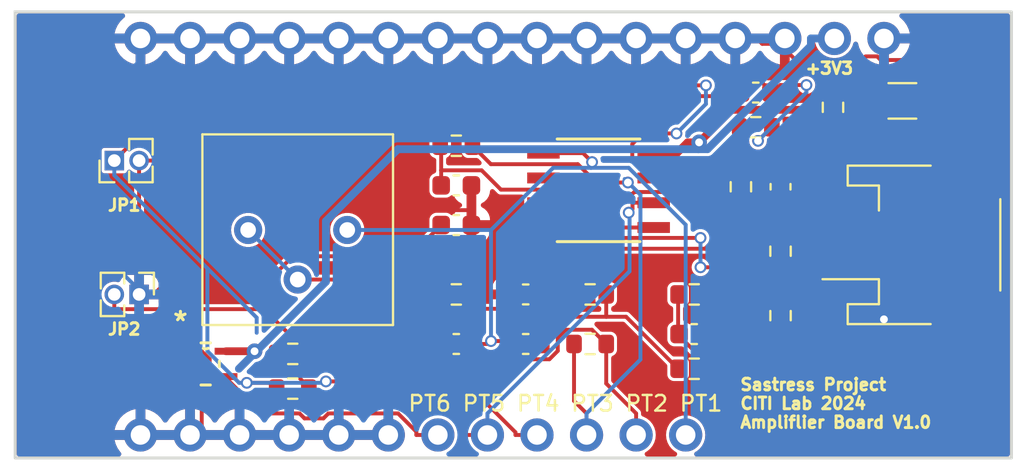
<source format=kicad_pcb>
(kicad_pcb (version 20240108) (generator "pcbnew") (generator_version "8.0")
  (layers (0 "F.Cu" signal) (31 "B.Cu" signal) (34 "B.Paste" user) (35 "F.Paste" user) (36 "B.SilkS" user "B.Silkscreen") (37 "F.SilkS" user "F.Silkscreen") (38 "B.Mask" user) (39 "F.Mask" user) (44 "Edge.Cuts" user))
  (net 0 "")
  (net 1 "Net-(J1-Pin_1)")
  (net 2 "GND")
  (net 3 "Net-(J1-Pin_2)")
  (net 4 "Net-(C2-Pad2)")
  (net 5 "Net-(U1A--)")
  (net 6 "PT1")
  (net 7 "Net-(C4-Pad2)")
  (net 8 "Net-(C5-Pad1)")
  (net 9 "PT2")
  (net 10 "PT3")
  (net 11 "PT4")
  (net 12 "Net-(U1B-+)")
  (net 13 "Net-(JP2-B)")
  (net 14 "Net-(JP1-B)")
  (net 15 "+3V3")
  (net 16 "Net-(R5-Pad2)")
  (net 17 "PT5")
  (net 18 "PT6")
  (footprint "Resistor_SMD:R_0603_1608Metric" (layer "F.Cu") (at 104.5 70.175 -90)
    (property "Reference" "R3" (hide yes))
    (property "Value" "220k" (hide yes))
    (fp_line (start -0.237258 0.5225) (end 0.237258 0.5225) (stroke (width 0.12)) (layer "F.SilkS"))
    (fp_line (start -0.237258 -0.5225) (end 0.237258 -0.5225) (stroke (width 0.12)) (layer "F.SilkS"))
    (pad "1" smd roundrect (at -0.825 0 270) (size 0.8 0.95) (layers "F.Cu" "F.Paste" "F.Mask") (net 1 "Net-(J1-Pin_1)"))
    (pad "2" smd roundrect (at 0.825 0 270) (size 0.8 0.95) (layers "F.Cu" "F.Paste" "F.Mask") (net 2 "GND"))
  )
  (footprint "Capacitor_SMD:C_0603_1608Metric" (layer "F.Cu") (at 91.44 71.628)
    (property "Reference" "C4" (hide yes))
    (property "Value" "47u" (hide yes))
    (fp_line (start -0.14058 -0.51) (end 0.14058 -0.51) (stroke (width 0.12)) (layer "F.SilkS"))
    (fp_line (start -0.14058 0.51) (end 0.14058 0.51) (stroke (width 0.12)) (layer "F.SilkS"))
    (pad "1" smd roundrect (at -0.775 0) (size 0.9 0.95) (layers "F.Cu" "F.Paste" "F.Mask") (net 6 "PT1"))
    (pad "2" smd roundrect (at 0.775 0) (size 0.9 0.95) (layers "F.Cu" "F.Paste" "F.Mask") (net 7 "Net-(C4-Pad2)"))
  )
  (footprint "Capacitor_SMD:C_0603_1608Metric" (layer "F.Cu") (at 87.884 63.5)
    (property "Reference" "C8" (hide yes))
    (property "Value" "10n" (hide yes))
    (fp_line (start -0.14058 -0.51) (end 0.14058 -0.51) (stroke (width 0.12)) (layer "F.SilkS"))
    (fp_line (start -0.14058 0.51) (end 0.14058 0.51) (stroke (width 0.12)) (layer "F.SilkS"))
    (pad "1" smd roundrect (at -0.775 0) (size 0.9 0.95) (layers "F.Cu" "F.Paste" "F.Mask") (net 12 "Net-(U1B-+)"))
    (pad "2" smd roundrect (at 0.775 0) (size 0.9 0.95) (layers "F.Cu" "F.Paste" "F.Mask") (net 2 "GND"))
  )
  (footprint "Resistor_SMD:R_0603_1608Metric" (layer "F.Cu") (at 107.188 59.5 -90)
    (property "Reference" "R1" (hide yes))
    (property "Value" "220k" (hide yes))
    (fp_line (start -0.237258 0.5225) (end 0.237258 0.5225) (stroke (width 0.12)) (layer "F.SilkS"))
    (fp_line (start -0.237258 -0.5225) (end 0.237258 -0.5225) (stroke (width 0.12)) (layer "F.SilkS"))
    (pad "1" smd roundrect (at -0.825 0 270) (size 0.8 0.95) (layers "F.Cu" "F.Paste" "F.Mask") (net 15 "+3V3"))
    (pad "2" smd roundrect (at 0.825 0 270) (size 0.8 0.95) (layers "F.Cu" "F.Paste" "F.Mask") (net 1 "Net-(J1-Pin_1)"))
  )
  (footprint "Resistor_SMD:R_0603_1608Metric" (layer "F.Cu") (at 79.502 72.136)
    (property "Reference" "R13" (hide yes))
    (property "Value" "4.7k" (hide yes))
    (fp_line (start -0.237258 -0.5225) (end 0.237258 -0.5225) (stroke (width 0.12)) (layer "F.SilkS"))
    (fp_line (start -0.237258 0.5225) (end 0.237258 0.5225) (stroke (width 0.12)) (layer "F.SilkS"))
    (pad "1" smd roundrect (at -0.825 0) (size 0.8 0.95) (layers "F.Cu" "F.Paste" "F.Mask") (net 17 "PT5"))
    (pad "2" smd roundrect (at 0.825 0) (size 0.8 0.95) (layers "F.Cu" "F.Paste" "F.Mask") (net 13 "Net-(JP2-B)"))
  )
  (footprint "Resistor_SMD:R_0603_1608Metric" (layer "F.Cu") (at 79.502 73.914)
    (property "Reference" "R12" (hide yes))
    (property "Value" "4.7k" (hide yes))
    (fp_line (start -0.237258 -0.5225) (end 0.237258 -0.5225) (stroke (width 0.12)) (layer "F.SilkS"))
    (fp_line (start -0.237258 0.5225) (end 0.237258 0.5225) (stroke (width 0.12)) (layer "F.SilkS"))
    (pad "1" smd roundrect (at -0.825 0) (size 0.8 0.95) (layers "F.Cu" "F.Paste" "F.Mask") (net 11 "PT4"))
    (pad "2" smd roundrect (at 0.825 0) (size 0.8 0.95) (layers "F.Cu" "F.Paste" "F.Mask") (net 17 "PT5"))
  )
  (footprint "Resistor_SMD:R_0603_1608Metric" (layer "F.Cu") (at 104.5 66.873 -90)
    (property "Reference" "R2" (hide yes))
    (property "Value" "7.5k" (hide yes))
    (fp_line (start -0.237258 0.5225) (end 0.237258 0.5225) (stroke (width 0.12)) (layer "F.SilkS"))
    (fp_line (start -0.237258 -0.5225) (end 0.237258 -0.5225) (stroke (width 0.12)) (layer "F.SilkS"))
    (pad "1" smd roundrect (at -0.825 0 270) (size 0.8 0.95) (layers "F.Cu" "F.Paste" "F.Mask") (net 3 "Net-(J1-Pin_2)"))
    (pad "2" smd roundrect (at 0.825 0 270) (size 0.8 0.95) (layers "F.Cu" "F.Paste" "F.Mask") (net 1 "Net-(J1-Pin_1)"))
  )
  (footprint "Connector_JST:JST_PH_S2B-PH-SM4-TB_1x02-1MP_P2.00mm_Horizontal" (layer "F.Cu") (at 111.252 66.548 90)
    (property "Reference" "J1" (hide yes))
    (property "Value" "Conn_01x02" (hide yes))
    (fp_line (start 4.06 -3.31) (end 3.04 -3.31) (stroke (width 0.12)) (layer "F.SilkS"))
    (fp_line (start 3.04 -3.31) (end 3.04 -1.71) (stroke (width 0.12)) (layer "F.SilkS"))
    (fp_line (start -3.04 -3.31) (end -3.04 -1.71) (stroke (width 0.12)) (layer "F.SilkS"))
    (fp_line (start -4.06 -3.31) (end -3.04 -3.31) (stroke (width 0.12)) (layer "F.SilkS"))
    (fp_line (start 3.04 -1.71) (end 1.76 -1.71) (stroke (width 0.12)) (layer "F.SilkS"))
    (fp_line (start -1.76 -1.71) (end -1.76 -4.6) (stroke (width 0.12)) (layer "F.SilkS"))
    (fp_line (start -3.04 -1.71) (end -1.76 -1.71) (stroke (width 0.12)) (layer "F.SilkS"))
    (fp_line (start 4.06 0.94) (end 4.06 -3.31) (stroke (width 0.12)) (layer "F.SilkS"))
    (fp_line (start -4.06 0.94) (end -4.06 -3.31) (stroke (width 0.12)) (layer "F.SilkS"))
    (fp_line (start -2.34 4.51) (end 2.34 4.51) (stroke (width 0.12)) (layer "F.SilkS"))
    (pad "1" smd roundrect (at -1 -2.85 90) (size 1 3.5) (layers "F.Cu" "F.Paste" "F.Mask") (net 1 "Net-(J1-Pin_1)"))
    (pad "2" smd roundrect (at 1 -2.85 90) (size 1 3.5) (layers "F.Cu" "F.Paste" "F.Mask") (net 3 "Net-(J1-Pin_2)"))
    (pad "MP" smd roundrect (at -3.35 2.9 90) (size 1.5 3.4) (layers "F.Cu" "F.Paste" "F.Mask") (roundrect_rratio 0.166667))
    (pad "MP" smd roundrect (at 3.35 2.9 90) (size 1.5 3.4) (layers "F.Cu" "F.Paste" "F.Mask") (roundrect_rratio 0.166667))
  )
  (footprint "Capacitor_SMD:C_0603_1608Metric" (layer "F.Cu") (at 103.23 58.745)
    (property "Reference" "C7" (hide yes))
    (property "Value" "10n" (hide yes))
    (fp_line (start -0.14058 -0.51) (end 0.14058 -0.51) (stroke (width 0.12)) (layer "F.SilkS"))
    (fp_line (start -0.14058 0.51) (end 0.14058 0.51) (stroke (width 0.12)) (layer "F.SilkS"))
    (pad "1" smd roundrect (at -0.775 0) (size 0.9 0.95) (layers "F.Cu" "F.Paste" "F.Mask") (net 10 "PT3"))
    (pad "2" smd roundrect (at 0.775 0) (size 0.9 0.95) (layers "F.Cu" "F.Paste" "F.Mask") (net 11 "PT4"))
  )
  (footprint "Capacitor_SMD:C_0603_1608Metric" (layer "F.Cu") (at 100.076 71.12)
    (property "Reference" "C5" (hide yes))
    (property "Value" "100n" (hide yes))
    (fp_line (start -0.14058 -0.51) (end 0.14058 -0.51) (stroke (width 0.12)) (layer "F.SilkS"))
    (fp_line (start -0.14058 0.51) (end 0.14058 0.51) (stroke (width 0.12)) (layer "F.SilkS"))
    (pad "1" smd roundrect (at -0.775 0) (size 0.9 0.95) (layers "F.Cu" "F.Paste" "F.Mask") (net 8 "Net-(C5-Pad1)"))
    (pad "2" smd roundrect (at 0.775 0) (size 0.9 0.95) (layers "F.Cu" "F.Paste" "F.Mask") (net 2 "GND"))
  )
  (footprint "Capacitor_SMD:C_0603_1608Metric" (layer "F.Cu") (at 87.884 65.532)
    (property "Reference" "C9" (hide yes))
    (property "Value" "2.2u" (hide yes))
    (fp_line (start -0.14058 -0.51) (end 0.14058 -0.51) (stroke (width 0.12)) (layer "F.SilkS"))
    (fp_line (start -0.14058 0.51) (end 0.14058 0.51) (stroke (width 0.12)) (layer "F.SilkS"))
    (pad "1" smd roundrect (at -0.775 0) (size 0.9 0.95) (layers "F.Cu" "F.Paste" "F.Mask") (net 13 "Net-(JP2-B)"))
    (pad "2" smd roundrect (at 0.775 0) (size 0.9 0.95) (layers "F.Cu" "F.Paste" "F.Mask") (net 2 "GND"))
  )
  (footprint "Capacitor_SMD:C_0603_1608Metric" (layer "F.Cu") (at 91.44 69.088 180)
    (property "Reference" "C6" (hide yes))
    (property "Value" "220n" (hide yes))
    (fp_line (start -0.14058 0.51) (end 0.14058 0.51) (stroke (width 0.12)) (layer "F.SilkS"))
    (fp_line (start -0.14058 -0.51) (end 0.14058 -0.51) (stroke (width 0.12)) (layer "F.SilkS"))
    (pad "1" smd roundrect (at -0.775 0 180) (size 0.9 0.95) (layers "F.Cu" "F.Paste" "F.Mask") (net 9 "PT2"))
    (pad "2" smd roundrect (at 0.775 0 180) (size 0.9 0.95) (layers "F.Cu" "F.Paste" "F.Mask") (net 2 "GND"))
  )
  (footprint "Connector_PinHeader_1.27mm:PinHeader_1x02_P1.27mm_Vertical" (layer "F.Cu") (at 70.358 62.23 90)
    (property "Reference" "JP1" (hide yes))
    (property "Value" "Jumper_2_Open" (hide yes))
    (fp_line (start -1.11 -0.76) (end 0 -0.76) (stroke (width 0.12)) (layer "F.SilkS"))
    (fp_line (start -1.11 0) (end -1.11 -0.76) (stroke (width 0.12)) (layer "F.SilkS"))
    (fp_line (start 1.11 0.76) (end 1.11 1.965) (stroke (width 0.12)) (layer "F.SilkS"))
    (fp_line (start 0.563471 0.76) (end 1.11 0.76) (stroke (width 0.12)) (layer "F.SilkS"))
    (fp_line (start -1.11 0.76) (end -0.563471 0.76) (stroke (width 0.12)) (layer "F.SilkS"))
    (fp_line (start -1.11 0.76) (end -1.11 1.965) (stroke (width 0.12)) (layer "F.SilkS"))
    (fp_line (start 0.30753 1.965) (end 1.11 1.965) (stroke (width 0.12)) (layer "F.SilkS"))
    (fp_line (start -1.11 1.965) (end -0.30753 1.965) (stroke (width 0.12)) (layer "F.SilkS"))
    (pad "1" thru_hole rect (at 0 0 90) (size 1 1) (drill 0.65) (layers "*.Cu" "*.Mask") (net 11 "PT4"))
    (pad "2" thru_hole oval (at 0 1.27 90) (size 1 1) (drill 0.65) (layers "*.Cu" "*.Mask") (net 14 "Net-(JP1-B)"))
  )
  (footprint "Capacitor_SMD:C_0603_1608Metric" (layer "F.Cu") (at 87.884 71.628)
    (property "Reference" "C3" (hide yes))
    (property "Value" "2.2n" (hide yes))
    (fp_line (start -0.14058 -0.51) (end 0.14058 -0.51) (stroke (width 0.12)) (layer "F.SilkS"))
    (fp_line (start -0.14058 0.51) (end 0.14058 0.51) (stroke (width 0.12)) (layer "F.SilkS"))
    (pad "1" smd roundrect (at -0.775 0) (size 0.9 0.95) (layers "F.Cu" "F.Paste" "F.Mask") (net 5 "Net-(U1A--)"))
    (pad "2" smd roundrect (at 0.775 0) (size 0.9 0.95) (layers "F.Cu" "F.Paste" "F.Mask") (net 6 "PT1"))
  )
  (footprint "lmv321:DCK5" (layer "F.Cu") (at 75.0414 72.65)
    (property "Reference" "U4" (hide yes))
    (property "Value" "LMV321" (hide yes))
    (fp_line (start -0.239571 1.0795) (end 0.239571 1.0795) (stroke (width 0.1524)) (layer "F.SilkS"))
    (fp_line (start 0.239571 -1.0795) (end -0.239571 -1.0795) (stroke (width 0.1524)) (layer "F.SilkS"))
    (fp_line (start 0.6985 0.139459) (end 0.6985 -0.139459) (stroke (width 0.1524)) (layer "F.SilkS"))
    (fp_arc (start 0.12446 -0.801269) (mid 0 -0.7747) (end -0.12446 -0.801269) (stroke (width 0.1524)) (layer "F.SilkS"))
    (fp_text user "*" (at -1.2954 -2.1486 0) (layer "F.SilkS"))
    (fp_text user "*" (at -1.2954 -2.1486 0) (layer "F.SilkS"))
    (pad "1" smd rect (at -1.0414 -0.649999) (size 1.1684 0.3556) (layers "F.Cu" "F.Paste" "F.Mask") (net 18 "PT6"))
    (pad "2" smd rect (at -1.0414 0) (size 1.1684 0.3556) (layers "F.Cu" "F.Paste" "F.Mask") (net 2 "GND"))
    (pad "3" smd rect (at -1.0414 0.649999) (size 1.1684 0.3556) (layers "F.Cu" "F.Paste" "F.Mask") (net 14 "Net-(JP1-B)"))
    (pad "4" smd rect (at 1.0414 0.649999) (size 1.1684 0.3556) (layers "F.Cu" "F.Paste" "F.Mask") (net 18 "PT6"))
    (pad "5" smd rect (at 1.0414 -0.649999) (size 1.1684 0.3556) (layers "F.Cu" "F.Paste" "F.Mask") (net 15 "+3V3"))
  )
  (footprint "Resistor_SMD:R_0603_1608Metric" (layer "F.Cu") (at 94.742 69.088)
    (property "Reference" "R8" (hide yes))
    (property "Value" "6.8k" (hide yes))
    (fp_line (start -0.237258 -0.5225) (end 0.237258 -0.5225) (stroke (width 0.12)) (layer "F.SilkS"))
    (fp_line (start -0.237258 0.5225) (end 0.237258 0.5225) (stroke (width 0.12)) (layer "F.SilkS"))
    (pad "1" smd roundrect (at -0.825 0) (size 0.8 0.95) (layers "F.Cu" "F.Paste" "F.Mask") (net 9 "PT2"))
    (pad "2" smd roundrect (at 0.825 0) (size 0.8 0.95) (layers "F.Cu" "F.Paste" "F.Mask") (net 7 "Net-(C4-Pad2)"))
  )
  (footprint "Resistor_SMD:R_0603_1608Metric" (layer "F.Cu") (at 100.076 72.898)
    (property "Reference" "R7" (hide yes))
    (property "Value" "2.2M" (hide yes))
    (fp_line (start -0.237258 -0.5225) (end 0.237258 -0.5225) (stroke (width 0.12)) (layer "F.SilkS"))
    (fp_line (start -0.237258 0.5225) (end 0.237258 0.5225) (stroke (width 0.12)) (layer "F.SilkS"))
    (pad "1" smd roundrect (at -0.825 0) (size 0.8 0.95) (layers "F.Cu" "F.Paste" "F.Mask") (net 7 "Net-(C4-Pad2)"))
    (pad "2" smd roundrect (at 0.825 0) (size 0.8 0.95) (layers "F.Cu" "F.Paste" "F.Mask") (net 8 "Net-(C5-Pad1)"))
  )
  (footprint "Resistor_SMD:R_0603_1608Metric" (layer "F.Cu") (at 102.468 63.571 -90)
    (property "Reference" "R4" (hide yes))
    (property "Value" "10k" (hide yes))
    (fp_line (start -0.237258 0.5225) (end 0.237258 0.5225) (stroke (width 0.12)) (layer "F.SilkS"))
    (fp_line (start -0.237258 -0.5225) (end 0.237258 -0.5225) (stroke (width 0.12)) (layer "F.SilkS"))
    (pad "1" smd roundrect (at -0.825 0 270) (size 0.8 0.95) (layers "F.Cu" "F.Paste" "F.Mask") (net 4 "Net-(C2-Pad2)"))
    (pad "2" smd roundrect (at 0.825 0 270) (size 0.8 0.95) (layers "F.Cu" "F.Paste" "F.Mask") (net 5 "Net-(U1A--)"))
  )
  (footprint "Resistor_SMD:R_0603_1608Metric" (layer "F.Cu") (at 87.884 69.088)
    (property "Reference" "R5" (hide yes))
    (property "Value" "10k" (hide yes))
    (fp_line (start -0.237258 -0.5225) (end 0.237258 -0.5225) (stroke (width 0.12)) (layer "F.SilkS"))
    (fp_line (start -0.237258 0.5225) (end 0.237258 0.5225) (stroke (width 0.12)) (layer "F.SilkS"))
    (pad "1" smd roundrect (at -0.825 0) (size 0.8 0.95) (layers "F.Cu" "F.Paste" "F.Mask") (net 5 "Net-(U1A--)"))
    (pad "2" smd roundrect (at 0.825 0) (size 0.8 0.95) (layers "F.Cu" "F.Paste" "F.Mask") (net 16 "Net-(R5-Pad2)"))
  )
  (footprint "Resistor_SMD:R_0603_1608Metric" (layer "F.Cu") (at 94.742 71.628)
    (property "Reference" "R9" (hide yes))
    (property "Value" "68k" (hide yes))
    (fp_line (start -0.237258 -0.5225) (end 0.237258 -0.5225) (stroke (width 0.12)) (layer "F.SilkS"))
    (fp_line (start -0.237258 0.5225) (end 0.237258 0.5225) (stroke (width 0.12)) (layer "F.SilkS"))
    (pad "1" smd roundrect (at -0.825 0) (size 0.8 0.95) (layers "F.Cu" "F.Paste" "F.Mask") (net 10 "PT3"))
    (pad "2" smd roundrect (at 0.825 0) (size 0.8 0.95) (layers "F.Cu" "F.Paste" "F.Mask") (net 9 "PT2"))
  )
  (footprint "Capacitor_SMD:C_0603_1608Metric" (layer "F.Cu") (at 104.5 63.571 90)
    (property "Reference" "C2" (hide yes))
    (property "Value" "2.2u" (hide yes))
    (fp_line (start -0.14058 -0.51) (end 0.14058 -0.51) (stroke (width 0.12)) (layer "F.SilkS"))
    (fp_line (start -0.14058 0.51) (end 0.14058 0.51) (stroke (width 0.12)) (layer "F.SilkS"))
    (pad "1" smd roundrect (at -0.775 0 90) (size 0.9 0.95) (layers "F.Cu" "F.Paste" "F.Mask") (net 3 "Net-(J1-Pin_2)"))
    (pad "2" smd roundrect (at 0.775 0 90) (size 0.9 0.95) (layers "F.Cu" "F.Paste" "F.Mask") (net 4 "Net-(C2-Pad2)"))
  )
  (footprint "Resistor_SMD:R_0603_1608Metric" (layer "F.Cu") (at 87.884 61.468)
    (property "Reference" "R10" (hide yes))
    (property "Value" "68k" (hide yes))
    (fp_line (start -0.237258 -0.5225) (end 0.237258 -0.5225) (stroke (width 0.12)) (layer "F.SilkS"))
    (fp_line (start -0.237258 0.5225) (end 0.237258 0.5225) (stroke (width 0.12)) (layer "F.SilkS"))
    (pad "1" smd roundrect (at -0.825 0) (size 0.8 0.95) (layers "F.Cu" "F.Paste" "F.Mask") (net 12 "Net-(U1B-+)"))
    (pad "2" smd roundrect (at 0.825 0) (size 0.8 0.95) (layers "F.Cu" "F.Paste" "F.Mask") (net 10 "PT3"))
  )
  (footprint "Potentiometer_THT:Potentiometer_Bourns_3386P_Vertical" (layer "F.Cu") (at 77.216 65.786 -90)
    (property "Reference" "RV1" (hide yes))
    (property "Value" "470k" (hide yes))
    (fp_line (start -4.9 2.345) (end 4.87 2.345) (stroke (width 0.12)) (layer "F.SilkS"))
    (fp_line (start -4.9 -7.425) (end -4.9 2.345) (stroke (width 0.12)) (layer "F.SilkS"))
    (fp_line (start -4.9 -7.425) (end 4.87 -7.425) (stroke (width 0.12)) (layer "F.SilkS"))
    (fp_line (start 4.87 -7.425) (end 4.87 2.345) (stroke (width 0.12)) (layer "F.SilkS"))
    (pad "1" thru_hole circle (at 0 0 270) (size 1.44 1.44) (drill 0.8) (layers "*.Cu" "*.Mask") (net 16 "Net-(R5-Pad2)"))
    (pad "2" thru_hole circle (at 2.54 -2.54 270) (size 1.44 1.44) (drill 0.8) (layers "*.Cu" "*.Mask") (net 16 "Net-(R5-Pad2)"))
    (pad "3" thru_hole circle (at 0 -5.08 270) (size 1.44 1.44) (drill 0.8) (layers "*.Cu" "*.Mask") (net 6 "PT1"))
  )
  (footprint "lmv358:M08A-M" (layer "F.Cu") (at 95.1743 63.754)
    (property "Reference" "U1" (hide yes))
    (property "Value" "LMV358" (hide yes))
    (fp_line (start -2.1209 2.6289) (end 2.1209 2.6289) (stroke (width 0.1524)) (layer "F.SilkS"))
    (fp_line (start 2.1209 -2.6289) (end -2.1209 -2.6289) (stroke (width 0.1524)) (layer "F.SilkS"))
    (pad "1" smd rect (at -2.82575 -1.905) (size 1.6637 0.5588) (layers "F.Cu" "F.Paste" "F.Mask") (net 6 "PT1"))
    (pad "2" smd rect (at -2.82575 -0.635) (size 1.6637 0.5588) (layers "F.Cu" "F.Paste" "F.Mask") (net 5 "Net-(U1A--)"))
    (pad "3" smd rect (at -2.82575 0.635) (size 1.6637 0.5588) (layers "F.Cu" "F.Paste" "F.Mask") (net 1 "Net-(J1-Pin_1)"))
    (pad "4" smd rect (at -2.82575 1.905) (size 1.6637 0.5588) (layers "F.Cu" "F.Paste" "F.Mask") (net 2 "GND"))
    (pad "5" smd rect (at 2.82575 1.905) (size 1.6637 0.5588) (layers "F.Cu" "F.Paste" "F.Mask") (net 12 "Net-(U1B-+)"))
    (pad "6" smd rect (at 2.82575 0.635) (size 1.6637 0.5588) (layers "F.Cu" "F.Paste" "F.Mask") (net 17 "PT5"))
    (pad "7" smd rect (at 2.82575 -0.635) (size 1.6637 0.5588) (layers "F.Cu" "F.Paste" "F.Mask") (net 14 "Net-(JP1-B)"))
    (pad "8" smd rect (at 2.82575 -1.905) (size 1.6637 0.5588) (layers "F.Cu" "F.Paste" "F.Mask") (net 15 "+3V3"))
  )
  (footprint "Connector_PinHeader_1.27mm:PinHeader_1x02_P1.27mm_Vertical" (layer "F.Cu") (at 71.628 69.088 -90)
    (property "Reference" "JP2" (hide yes))
    (property "Value" "Jumper_2_Open" (hide yes))
    (fp_line (start -1.11 1.965) (end -0.30753 1.965) (stroke (width 0.12)) (layer "F.SilkS"))
    (fp_line (start 0.30753 1.965) (end 1.11 1.965) (stroke (width 0.12)) (layer "F.SilkS"))
    (fp_line (start -1.11 0.76) (end -1.11 1.965) (stroke (width 0.12)) (layer "F.SilkS"))
    (fp_line (start -1.11 0.76) (end -0.563471 0.76) (stroke (width 0.12)) (layer "F.SilkS"))
    (fp_line (start 0.563471 0.76) (end 1.11 0.76) (stroke (width 0.12)) (layer "F.SilkS"))
    (fp_line (start 1.11 0.76) (end 1.11 1.965) (stroke (width 0.12)) (layer "F.SilkS"))
    (fp_line (start -1.11 0) (end -1.11 -0.76) (stroke (width 0.12)) (layer "F.SilkS"))
    (fp_line (start -1.11 -0.76) (end 0 -0.76) (stroke (width 0.12)) (layer "F.SilkS"))
    (pad "1" thru_hole rect (at 0 0 270) (size 1 1) (drill 0.65) (layers "*.Cu" "*.Mask") (net 2 "GND"))
    (pad "2" thru_hole oval (at 0 1.27 270) (size 1 1) (drill 0.65) (layers "*.Cu" "*.Mask") (net 13 "Net-(JP2-B)"))
  )
  (footprint "Resistor_SMD:R_0603_1608Metric" (layer "F.Cu") (at 103.23 60.523)
    (property "Reference" "R11" (hide yes))
    (property "Value" "100k" (hide yes))
    (fp_line (start -0.237258 -0.5225) (end 0.237258 -0.5225) (stroke (width 0.12)) (layer "F.SilkS"))
    (fp_line (start -0.237258 0.5225) (end 0.237258 0.5225) (stroke (width 0.12)) (layer "F.SilkS"))
    (pad "1" smd roundrect (at -0.825 0) (size 0.8 0.95) (layers "F.Cu" "F.Paste" "F.Mask") (net 14 "Net-(JP1-B)"))
    (pad "2" smd roundrect (at 0.825 0) (size 0.8 0.95) (layers "F.Cu" "F.Paste" "F.Mask") (net 11 "PT4"))
  )
  (footprint "Resistor_SMD:R_0603_1608Metric" (layer "F.Cu") (at 100.076 69.088)
    (property "Reference" "R6" (hide yes))
    (property "Value" "220k" (hide yes))
    (fp_line (start -0.237258 -0.5225) (end 0.237258 -0.5225) (stroke (width 0.12)) (layer "F.SilkS"))
    (fp_line (start -0.237258 0.5225) (end 0.237258 0.5225) (stroke (width 0.12)) (layer "F.SilkS"))
    (pad "1" smd roundrect (at -0.825 0) (size 0.8 0.95) (layers "F.Cu" "F.Paste" "F.Mask") (net 8 "Net-(C5-Pad1)"))
    (pad "2" smd roundrect (at 0.825 0) (size 0.8 0.95) (layers "F.Cu" "F.Paste" "F.Mask") (net 1 "Net-(J1-Pin_1)"))
  )
  (footprint "Capacitor_SMD:C_1206_3216Metric" (layer "F.Cu") (at 110.744 59.17)
    (property "Reference" "C1" (hide yes))
    (property "Value" "100u" (hide yes))
    (fp_line (start -0.711252 -0.91) (end 0.711252 -0.91) (stroke (width 0.12)) (layer "F.SilkS"))
    (fp_line (start -0.711252 0.91) (end 0.711252 0.91) (stroke (width 0.12)) (layer "F.SilkS"))
    (pad "1" smd roundrect (at -1.475 0) (size 1.15 1.8) (layers "F.Cu" "F.Paste" "F.Mask") (roundrect_rratio 0.217391) (net 1 "Net-(J1-Pin_1)"))
    (pad "2" smd roundrect (at 1.475 0) (size 1.15 1.8) (layers "F.Cu" "F.Paste" "F.Mask") (roundrect_rratio 0.217391) (net 2 "GND"))
  )
  (footprint "penguino:Feather-Generic-no-holes" (layer "F.Cu") (at 116.149 54.701 -90)
    (property "Reference" "U3" (hide yes))
    (property "Value" "Feather-Generic")
    (pad "1" thru_hole oval (at 1.27 6.35 270) (size 1.7 1.7) (drill 1) (layers "*.Cu" "*.Mask") (net 2 "GND"))
    (pad "2" thru_hole oval (at 1.27 8.89 270) (size 1.7 1.7) (drill 1) (layers "*.Cu" "*.Mask") (net 15 "+3V3"))
    (pad "3" thru_hole oval (at 1.27 11.43 270) (size 1.7 1.7) (drill 1) (layers "*.Cu" "*.Mask") (net 2 "GND"))
    (pad "4" thru_hole oval (at 1.27 13.97 270) (size 1.7 1.7) (drill 1) (layers "*.Cu" "*.Mask") (net 2 "GND"))
    (pad "5" thru_hole oval (at 1.27 16.51 270) (size 1.7 1.7) (drill 1) (layers "*.Cu" "*.Mask") (net 2 "GND"))
    (pad "6" thru_hole oval (at 1.27 19.05 270) (size 1.7 1.7) (drill 1) (layers "*.Cu" "*.Mask") (net 2 "GND"))
    (pad "7" thru_hole oval (at 1.27 21.59 270) (size 1.7 1.7) (drill 1) (layers "*.Cu" "*.Mask") (net 2 "GND"))
    (pad "8" thru_hole oval (at 1.27 24.13 270) (size 1.7 1.7) (drill 1) (layers "*.Cu" "*.Mask") (net 2 "GND"))
    (pad "9" thru_hole oval (at 1.27 26.67 270) (size 1.7 1.7) (drill 1) (layers "*.Cu" "*.Mask") (net 2 "GND"))
    (pad "10" thru_hole oval (at 1.27 29.21 270) (size 1.7 1.7) (drill 1) (layers "*.Cu" "*.Mask") (net 2 "GND"))
    (pad "11" thru_hole oval (at 1.27 31.75 270) (size 1.7 1.7) (drill 1) (layers "*.Cu" "*.Mask") (net 2 "GND"))
    (pad "12" thru_hole oval (at 1.27 34.29 270) (size 1.7 1.7) (drill 1) (layers "*.Cu" "*.Mask") (net 2 "GND"))
    (pad "13" thru_hole oval (at 1.27 36.83 270) (size 1.7 1.7) (drill 1) (layers "*.Cu" "*.Mask") (net 2 "GND"))
    (pad "14" thru_hole oval (at 1.27 39.37 270) (size 1.7 1.7) (drill 1) (layers "*.Cu" "*.Mask") (net 2 "GND"))
    (pad "15" thru_hole oval (at 1.27 41.91 270) (size 1.7 1.7) (drill 1) (layers "*.Cu" "*.Mask") (net 2 "GND"))
    (pad "16" thru_hole oval (at 1.27 44.45 270) (size 1.7 1.7) (drill 1) (layers "*.Cu" "*.Mask") (net 2 "GND"))
    (pad "17" thru_hole oval (at 21.59 44.45 270) (size 1.7 1.7) (drill 1) (layers "*.Cu" "*.Mask") (net 2 "GND"))
    (pad "18" thru_hole oval (at 21.59 41.91 270) (size 1.7 1.7) (drill 1) (layers "*.Cu" "*.Mask") (net 2 "GND"))
    (pad "19" thru_hole oval (at 21.59 39.37 270) (size 1.7 1.7) (drill 1) (layers "*.Cu" "*.Mask") (net 2 "GND"))
    (pad "20" thru_hole oval (at 21.59 36.83 270) (size 1.7 1.7) (drill 1) (layers "*.Cu" "*.Mask") (net 2 "GND"))
    (pad "21" thru_hole oval (at 21.59 34.29 270) (size 1.7 1.7) (drill 1) (layers "*.Cu" "*.Mask") (net 2 "GND"))
    (pad "22" thru_hole oval (at 21.59 31.75 270) (size 1.7 1.7) (drill 1) (layers "*.Cu" "*.Mask") (net 2 "GND"))
    (pad "23" thru_hole oval (at 21.59 29.21 270) (size 1.7 1.7) (drill 1) (layers "*.Cu" "*.Mask") (net 18 "PT6"))
    (pad "24" thru_hole oval (at 21.59 26.67 270) (size 1.7 1.7) (drill 1) (layers "*.Cu" "*.Mask") (net 17 "PT5"))
    (pad "25" thru_hole oval (at 21.59 24.13 270) (size 1.7 1.7) (drill 1) (layers "*.Cu" "*.Mask") (net 11 "PT4"))
    (pad "26" thru_hole oval (at 21.59 21.59 270) (size 1.7 1.7) (drill 1) (layers "*.Cu" "*.Mask") (net 10 "PT3"))
    (pad "27" thru_hole oval (at 21.59 19.05 270) (size 1.7 1.7) (drill 1) (layers "*.Cu" "*.Mask") (net 9 "PT2"))
    (pad "28" thru_hole oval (at 21.59 16.51 270) (size 1.7 1.7) (drill 1) (layers "*.Cu" "*.Mask") (net 6 "PT1"))
  )
  (gr_rect (start 65.278 54.61) (end 116.332 77.47) (stroke (width 0.15)) (fill none) (layer "Edge.Cuts"))
  (gr_text "JP1" (at 70.866 64.516 0) (layer "F.SilkS") (effects (font (size 0.6 0.6))))
  (gr_text "JP2" (at 70.866 70.866 0) (layer "F.SilkS") (effects (font (size 0.6 0.6))))
  (gr_text "+3V3" (at 107 57.5 0) (layer "F.SilkS") (effects (font (size 0.6 0.6))))
  (gr_text "Sastress Project\nCITI Lab 2024\nAmpliflier Board V1.0" (at 102.362 74.676 0) (layer "F.SilkS") (effects (font (size 0.6 0.6)) (justify left)))
  (gr_text "PT6 PT5 PT4 PT3 PT2 PT1" (at 93.472 74.676 0) (layer "F.SilkS") (effects (font (size 0.8 0.8) (thickness 0.125))))
  (segment (start 110.4415 62.6525) (end 108.114 60.325) (width 0.2) (layer "F.Cu") (net 1))
  (segment (start 104.238 69.088) (end 104.5 69.35) (width 0.2) (layer "F.Cu") (net 1))
  (segment (start 104.238 69.088) (end 104.238 67.96) (width 0.2) (layer "F.Cu") (net 1))
  (segment (start 108.252 67.698) (end 104.5 67.698) (width 0.2) (layer "F.Cu") (net 1))
  (segment (start 108.402 67.548) (end 108.252 67.698) (width 0.2) (layer "F.Cu") (net 1))
  (segment (start 109.269 59.17) (end 108.114 60.325) (width 0.2) (layer "F.Cu") (net 1))
  (segment (start 95.8519 66.193) (end 94.0479 64.389) (width 0.2) (layer "F.Cu") (net 1))
  (segment (start 100.3983 66.193) (end 95.8519 66.193) (width 0.2) (layer "F.Cu") (net 1))
  (segment (start 104.5 67.698) (end 100.3983 67.698) (width 0.2) (layer "F.Cu") (net 1))
  (segment (start 104.675 67.873) (end 104.5 67.698) (width 0.2) (layer "F.Cu") (net 1))
  (segment (start 94.0479 64.389) (end 92.3486 64.389) (width 0.2) (layer "F.Cu") (net 1))
  (segment (start 100.901 69.088) (end 104.238 69.088) (width 0.2) (layer "F.Cu") (net 1))
  (segment (start 104.238 67.96) (end 104.5 67.698) (width 0.2) (layer "F.Cu") (net 1))
  (segment (start 110.4415 66.0415) (end 110.4415 62.6525) (width 0.2) (layer "F.Cu") (net 1))
  (segment (start 100.964 69.025) (end 100.901 69.088) (width 0.2) (layer "F.Cu") (net 1))
  (segment (start 108.114 60.325) (end 107.188 60.325) (width 0.2) (layer "F.Cu") (net 1))
  (segment (start 104.675 69.175) (end 104.5 69.35) (width 0.2) (layer "F.Cu") (net 1))
  (segment (start 108.935 67.548) (end 110.4415 66.0415) (width 0.2) (layer "F.Cu") (net 1))
  (segment (start 108.402 67.548) (end 108.935 67.548) (width 0.2) (layer "F.Cu") (net 1))
  (via (at 100.3983 66.193) (size 0.6) (drill 0.4) (layers "F.Cu" "B.Cu") (net 1))
  (via (at 100.3983 67.698) (size 0.6) (drill 0.4) (layers "F.Cu" "B.Cu") (net 1))
  (segment (start 100.3983 66.193) (end 100.3983 67.698) (width 0.2) (layer "B.Cu") (net 1))
  (segment (start 89.479 55.971) (end 92.019 55.971) (width 0.2) (layer "F.Cu") (net 2))
  (segment (start 88.786 65.659) (end 88.659 65.532) (width 0.2) (layer "F.Cu") (net 2))
  (segment (start 88.659 64.77) (end 76.7001 64.77) (width 0.2) (layer "F.Cu") (net 2))
  (segment (start 105.1363 70.3637) (end 109.799 70.3637) (width 0.2) (layer "F.Cu") (net 2))
  (segment (start 100.851 71.12) (end 104.38 71.12) (width 0.2) (layer "F.Cu") (net 2))
  (segment (start 109.799 55.971) (end 109.799 57.0751) (width 0.2) (layer "F.Cu") (net 2))
  (segment (start 102.179 55.971) (end 103.2831 55.971) (width 0.2) (layer "F.Cu") (net 2))
  (segment (start 108.4754 57.0751) (end 105.2718 57.0751) (width 0.2) (layer "F.Cu") (net 2))
  (segment (start 110.828 57.0751) (end 112.571 58.8181) (width 0.2) (layer "F.Cu") (net 2))
  (segment (start 74.8383 76.291) (end 74.239 76.291) (width 0.2) (layer "F.Cu") (net 2))
  (segment (start 76.7001 64.77) (end 72.3821 69.088) (width 0.2) (layer "F.Cu") (net 2))
  (segment (start 104.719 55.971) (end 104.719 56.2466) (width 0.2) (layer "F.Cu") (net 2))
  (segment (start 74 72.65) (end 74.8383 72.65) (width 0.2) (layer "F.Cu") (net 2))
  (segment (start 92.019 55.971) (end 94.559 55.971) (width 0.2) (layer "F.Cu") (net 2))
  (segment (start 79.319 55.971) (end 81.859 55.971) (width 0.2) (layer "F.Cu") (net 2))
  (segment (start 105.2718 57.0751) (end 104.719 56.5223) (width 0.2) (layer "F.Cu") (net 2))
  (segment (start 109.799 57.0751) (end 109.634 57.0751) (width 0.2) (layer "F.Cu") (net 2))
  (segment (start 76.779 76.291) (end 74.8383 76.291) (width 0.2) (layer "F.Cu") (net 2))
  (segment (start 81.859 76.291) (end 79.319 76.291) (width 0.2) (layer "F.Cu") (net 2))
  (segment (start 99.639 55.971) (end 102.179 55.971) (width 0.2) (layer "F.Cu") (net 2))
  (segment (start 103.5587 56.2466) (end 103.2831 55.971) (width 0.2) (layer "F.Cu") (net 2))
  (segment (start 104.5 71) (end 105.1363 70.3637) (width 0.2) (layer "F.Cu") (net 2))
  (segment (start 74.239 55.971) (end 76.779 55.971) (width 0.2) (layer "F.Cu") (net 2))
  (segment (start 76.779 55.971) (end 79.319 55.971) (width 0.2) (layer "F.Cu") (net 2))
  (segment (start 88.659 64.77) (end 88.659 63.5) (width 0.2) (layer "F.Cu") (net 2))
  (segment (start 90.665 69.088) (end 90.665 65.659) (width 0.2) (layer "F.Cu") (net 2))
  (segment (start 104.719 56.2466) (end 104.719 56.5223) (width 0.2) (layer "F.Cu") (net 2))
  (segment (start 79.319 76.291) (end 76.779 76.291) (width 0.2) (layer "F.Cu") (net 2))
  (segment (start 104.38 71.12) (end 104.5 71) (width 0.2) (layer "F.Cu") (net 2))
  (segment (start 74.8383 76.291) (end 74.8383 72.65) (width 0.2) (layer "F.Cu") (net 2))
  (segment (start 88.659 65.532) (end 88.659 64.77) (width 0.2) (layer "F.Cu") (net 2))
  (segment (start 112.219 59.17) (end 112.571 58.8181) (width 0.2) (layer "F.Cu") (net 2))
  (segment (start 108.7341 57.0164) (end 108.5341 57.0164) (width 0.2) (layer "F.Cu") (net 2))
  (segment (start 108.5341 57.0164) (end 108.4754 57.0751) (width 0.2) (layer "F.Cu") (net 2))
  (segment (start 71.628 69.088) (end 72.3821 69.088) (width 0.2) (layer "F.Cu") (net 2))
  (segment (start 74.239 76.291) (end 71.699 76.291) (width 0.2) (layer "F.Cu") (net 2))
  (segment (start 97.099 55.971) (end 99.639 55.971) (width 0.2) (layer "F.Cu") (net 2))
  (segment (start 84.399 55.971) (end 86.939 55.971) (width 0.2) (layer "F.Cu") (net 2))
  (segment (start 109.799 57.0751) (end 110.828 57.0751) (width 0.2) (layer "F.Cu") (net 2))
  (segment (start 108.8615 56.889) (end 108.7341 57.0164) (width 0.2) (layer "F.Cu") (net 2))
  (segment (start 84.399 76.291) (end 81.859 76.291) (width 0.2) (layer "F.Cu") (net 2))
  (segment (start 112.219 59.17) (end 111.841 59.17) (width 0.2) (layer "F.Cu") (net 2))
  (segment (start 90.665 65.659) (end 88.786 65.659) (width 0.2) (layer "F.Cu") (net 2))
  (segment (start 92.3486 65.659) (end 90.665 65.659) (width 0.2) (layer "F.Cu") (net 2))
  (segment (start 109.4479 56.889) (end 108.8615 56.889) (width 0.2) (layer "F.Cu") (net 2))
  (segment (start 104.719 56.2466) (end 103.5587 56.2466) (width 0.2) (layer "F.Cu") (net 2))
  (segment (start 81.859 55.971) (end 84.399 55.971) (width 0.2) (layer "F.Cu") (net 2))
  (segment (start 86.939 55.971) (end 89.479 55.971) (width 0.2) (layer "F.Cu") (net 2))
  (segment (start 109.634 57.0751) (end 109.4479 56.889) (width 0.2) (layer "F.Cu") (net 2))
  (segment (start 94.559 55.971) (end 97.099 55.971) (width 0.2) (layer "F.Cu") (net 2))
  (segment (start 71.699 55.971) (end 74.239 55.971) (width 0.2) (layer "F.Cu") (net 2))
  (via (at 109.799 70.3637) (size 0.6) (drill 0.4) (layers "F.Cu" "B.Cu") (net 2))
  (segment (start 71.628 75.1159) (end 71.699 75.1869) (width 0.2) (layer "B.Cu") (net 2))
  (segment (start 71.699 55.971) (end 71.699 57.0751) (width 0.2) (layer "B.Cu") (net 2))
  (segment (start 71.699 76.291) (end 71.699 75.1869) (width 0.2) (layer "B.Cu") (net 2))
  (segment (start 71.628 69.088) (end 71.628 68.8605) (width 0.2) (layer "B.Cu") (net 2))
  (segment (start 69.6039 59.1702) (end 69.6039 66.8364) (width 0.2) (layer "B.Cu") (net 2))
  (segment (start 71.628 69.088) (end 71.628 75.1159) (width 0.2) (layer "B.Cu") (net 2))
  (segment (start 69.6039 66.8364) (end 71.628 68.8605) (width 0.2) (layer "B.Cu") (net 2))
  (segment (start 109.799 55.971) (end 109.799 70.3637) (width 0.2) (layer "B.Cu") (net 2))
  (segment (start 71.628 68.8605) (end 71.699 68.9315) (width 0.2) (layer "B.Cu") (net 2))
  (segment (start 71.699 57.0751) (end 69.6039 59.1702) (width 0.2) (layer "B.Cu") (net 2))
  (segment (start 104.675 64.521) (end 105.351 65.197) (width 0.2) (layer "F.Cu") (net 3))
  (segment (start 105.351 65.197) (end 105.702 65.548) (width 0.2) (layer "F.Cu") (net 3))
  (segment (start 105.702 65.548) (end 108.402 65.548) (width 0.2) (layer "F.Cu") (net 3))
  (segment (start 104.675 65.873) (end 105.351 65.197) (width 0.2) (layer "F.Cu") (net 3))
  (segment (start 104.675 65.873) (end 104.5 66.048) (width 0.2) (layer "F.Cu") (net 3))
  (segment (start 104.5 64.346) (end 104.675 64.521) (width 0.2) (layer "F.Cu") (net 3))
  (segment (start 102.493 62.771) (end 104.475 62.771) (width 0.2) (layer "F.Cu") (net 4))
  (segment (start 102.518 62.796) (end 102.493 62.771) (width 0.2) (layer "F.Cu") (net 4))
  (segment (start 102.493 62.771) (end 102.468 62.746) (width 0.2) (layer "F.Cu") (net 4))
  (segment (start 104.475 62.771) (end 104.5 62.796) (width 0.2) (layer "F.Cu") (net 4))
  (segment (start 87.059 69.8252) (end 87.059 69.088) (width 0.2) (layer "F.Cu") (net 5))
  (segment (start 91.44 68.7068) (end 93.3997 66.7471) (width 0.2) (layer "F.Cu") (net 5))
  (segment (start 101.9123 63.8406) (end 102.154 64.0823) (width 0.2) (layer "F.Cu") (net 5))
  (segment (start 97.0046 63.8406) (end 101.9123 63.8406) (width 0.2) (layer "F.Cu") (net 5))
  (segment (start 102.468 64.9069) (end 102.468 64.396) (width 0.2) (layer "F.Cu") (net 5))
  (segment (start 94.2279 63.119) (end 95.0466 63.9377) (width 0.2) (layer "F.Cu") (net 5))
  (segment (start 102.154 64.0823) (end 102.468 64.396) (width 0.2) (layer "F.Cu") (net 5))
  (segment (start 95.0466 63.9377) (end 96.9075 63.9377) (width 0.2) (layer "F.Cu") (net 5))
  (segment (start 87.109 71.628) (end 87.059 71.578) (width 0.2) (layer "F.Cu") (net 5))
  (segment (start 100.6278 66.7471) (end 102.468 64.9069) (width 0.2) (layer "F.Cu") (net 5))
  (segment (start 96.9075 63.9377) (end 97.0046 63.8406) (width 0.2) (layer "F.Cu") (net 5))
  (segment (start 92.3486 63.119) (end 94.2279 63.119) (width 0.2) (layer "F.Cu") (net 5))
  (segment (start 87.059 69.8252) (end 91.1354 69.8252) (width 0.2) (layer "F.Cu") (net 5))
  (segment (start 93.3997 66.7471) (end 100.6278 66.7471) (width 0.2) (layer "F.Cu") (net 5))
  (segment (start 87.059 71.578) (end 87.059 69.8252) (width 0.2) (layer "F.Cu") (net 5))
  (segment (start 91.44 69.5206) (end 91.44 68.7068) (width 0.2) (layer "F.Cu") (net 5))
  (segment (start 91.1354 69.8252) (end 91.44 69.5206) (width 0.2) (layer "F.Cu") (net 5))
  (segment (start 89.5125 71.628) (end 89.662 71.4785) (width 0.2) (layer "F.Cu") (net 6))
  (segment (start 89.662 71.4785) (end 90.5155 71.4785) (width 0.2) (layer "F.Cu") (net 6))
  (segment (start 90.5155 71.4785) (end 90.665 71.628) (width 0.2) (layer "F.Cu") (net 6))
  (segment (start 88.659 71.628) (end 89.5125 71.628) (width 0.2) (layer "F.Cu") (net 6))
  (segment (start 92.3486 61.849) (end 94.3844 61.849) (width 0.2) (layer "F.Cu") (net 6))
  (segment (start 94.3844 61.849) (end 94.8413 62.3059) (width 0.2) (layer "F.Cu") (net 6))
  (via (at 89.662 71.4785) (size 0.6) (drill 0.4) (layers "F.Cu" "B.Cu") (net 6))
  (via (at 94.8413 62.3059) (size 0.6) (drill 0.4) (layers "F.Cu" "B.Cu") (net 6))
  (segment (start 92.8481 62.5999) (end 89.662 65.786) (width 0.2) (layer "B.Cu") (net 6))
  (segment (start 99.639 65.5179) (end 96.721 62.5999) (width 0.2) (layer "B.Cu") (net 6))
  (segment (start 96.721 62.5999) (end 94.7852 62.5999) (width 0.2) (layer "B.Cu") (net 6))
  (segment (start 94.7852 62.362) (end 94.8413 62.3059) (width 0.2) (layer "B.Cu") (net 6))
  (segment (start 89.662 71.4785) (end 89.662 71.628) (width 0.2) (layer "B.Cu") (net 6))
  (segment (start 89.662 65.786) (end 82.296 65.786) (width 0.2) (layer "B.Cu") (net 6))
  (segment (start 94.7852 62.5999) (end 94.7852 62.362) (width 0.2) (layer "B.Cu") (net 6))
  (segment (start 99.639 76.291) (end 99.639 65.5179) (width 0.2) (layer "B.Cu") (net 6))
  (segment (start 94.7852 62.5999) (end 92.8481 62.5999) (width 0.2) (layer "B.Cu") (net 6))
  (segment (start 89.662 65.786) (end 89.662 71.4785) (width 0.2) (layer "B.Cu") (net 6))
  (segment (start 99.251 72.898) (end 96.5861 70.2331) (width 0.2) (layer "F.Cu") (net 7))
  (segment (start 95.567 70.2331) (end 93.6099 70.2331) (width 0.2) (layer "F.Cu") (net 7))
  (segment (start 95.567 70.2331) (end 95.567 69.088) (width 0.2) (layer "F.Cu") (net 7))
  (segment (start 93.6099 70.2331) (end 92.215 71.628) (width 0.2) (layer "F.Cu") (net 7))
  (segment (start 96.5861 70.2331) (end 95.567 70.2331) (width 0.2) (layer "F.Cu") (net 7))
  (segment (start 100.901 72.809) (end 99.301 71.209) (width 0.2) (layer "F.Cu") (net 8))
  (segment (start 99.251 69.088) (end 99.251 71.07) (width 0.2) (layer "F.Cu") (net 8))
  (segment (start 99.301 71.209) (end 99.301 71.12) (width 0.2) (layer "F.Cu") (net 8))
  (segment (start 100.901 72.898) (end 100.901 72.809) (width 0.2) (layer "F.Cu") (net 8))
  (segment (start 100.901 72.809) (end 100.901 72.72) (width 0.2) (layer "F.Cu") (net 8))
  (segment (start 99.251 71.07) (end 99.301 71.12) (width 0.2) (layer "F.Cu") (net 8))
  (segment (start 99.301 69.138) (end 99.251 69.088) (width 0.2) (layer "F.Cu") (net 8))
  (segment (start 94.8371 70.8981) (end 93.4871 70.8981) (width 0.2) (layer "F.Cu") (net 9))
  (segment (start 93.0837 71.9814) (end 92.6548 72.4103) (width 0.2) (layer "F.Cu") (net 9))
  (segment (start 92.215 69.088) (end 93.917 69.088) (width 0.2) (layer "F.Cu") (net 9))
  (segment (start 95.567 73.6549) (end 95.567 71.628) (width 0.2) (layer "F.Cu") (net 9))
  (segment (start 97.099 75.1869) (end 95.567 73.6549) (width 0.2) (layer "F.Cu") (net 9))
  (segment (start 95.567 71.628) (end 94.8371 70.8981) (width 0.2) (layer "F.Cu") (net 9))
  (segment (start 92.6548 72.4103) (end 91.8296 72.4103) (width 0.2) (layer "F.Cu") (net 9))
  (segment (start 93.0837 71.3015) (end 93.0837 71.9814) (width 0.2) (layer "F.Cu") (net 9))
  (segment (start 91.8296 72.4103) (end 91.44 72.0207) (width 0.2) (layer "F.Cu") (net 9))
  (segment (start 97.099 76.291) (end 97.099 75.1869) (width 0.2) (layer "F.Cu") (net 9))
  (segment (start 92.215 69.4581) (end 92.215 69.088) (width 0.2) (layer "F.Cu") (net 9))
  (segment (start 91.44 72.0207) (end 91.44 70.2331) (width 0.2) (layer "F.Cu") (net 9))
  (segment (start 93.4871 70.8981) (end 93.0837 71.3015) (width 0.2) (layer "F.Cu") (net 9))
  (segment (start 91.44 70.2331) (end 92.215 69.4581) (width 0.2) (layer "F.Cu") (net 9))
  (segment (start 88.709 61.468) (end 91.2497 58.9273) (width 0.2) (layer "F.Cu") (net 10))
  (segment (start 94.559 75.1869) (end 93.917 74.5449) (width 0.2) (layer "F.Cu") (net 10))
  (segment (start 94.1117 62.4139) (end 95.0505 63.3527) (width 0.2) (layer "F.Cu") (net 10))
  (segment (start 94.559 76.291) (end 94.559 75.1869) (width 0.2) (layer "F.Cu") (net 10))
  (segment (start 88.9145 61.6735) (end 88.709 61.468) (width 0.2) (layer "F.Cu") (net 10))
  (segment (start 91.2497 58.9273) (end 102.2727 58.9273) (width 0.2) (layer "F.Cu") (net 10))
  (segment (start 89.6549 62.4139) (end 94.1117 62.4139) (width 0.2) (layer "F.Cu") (net 10))
  (segment (start 102.2727 58.9273) (end 102.455 58.745) (width 0.2) (layer "F.Cu") (net 10))
  (segment (start 93.917 74.5449) (end 93.917 71.628) (width 0.2) (layer "F.Cu") (net 10))
  (segment (start 95.0505 63.3527) (end 96.6779 63.3527) (width 0.2) (layer "F.Cu") (net 10))
  (segment (start 88.9145 61.6735) (end 89.6549 62.4139) (width 0.2) (layer "F.Cu") (net 10))
  (via (at 96.6779 63.3527) (size 0.6) (drill 0.4) (layers "F.Cu" "B.Cu") (net 10))
  (segment (start 97.3204 72.4269) (end 94.559 75.1883) (width 0.2) (layer "B.Cu") (net 10))
  (segment (start 97.3204 63.982) (end 97.3204 72.4269) (width 0.2) (layer "B.Cu") (net 10))
  (segment (start 94.559 75.1883) (end 94.559 76.291) (width 0.2) (layer "B.Cu") (net 10))
  (segment (start 96.5119 63.1735) (end 96.714 63.3756) (width 0.2) (layer "B.Cu") (net 10))
  (segment (start 96.714 63.3756) (end 97.3204 63.982) (width 0.2) (layer "B.Cu") (net 10))
  (segment (start 96.714 63.3756) (end 96.7008 63.3756) (width 0.2) (layer "B.Cu") (net 10))
  (segment (start 96.7008 63.3756) (end 96.6779 63.3527) (width 0.2) (layer "B.Cu") (net 10))
  (segment (start 104.4918 58.3582) (end 104.055 58.795) (width 0.2) (layer "F.Cu") (net 11))
  (segment (start 105.8262 58.3582) (end 104.4918 58.3582) (width 0.2) (layer "F.Cu") (net 11))
  (segment (start 90.9149 76.291) (end 90.9149 76.153) (width 0.2) (layer "F.Cu") (net 11))
  (segment (start 78.3805 73.6175) (end 77.1466 73.6175) (width 0.2) (layer "F.Cu") (net 11))
  (segment (start 78.677 73.914) (end 78.3805 73.6175) (width 0.2) (layer "F.Cu") (net 11))
  (segment (start 74.7689 57.8191) (end 70.358 62.23) (width 0.2) (layer "F.Cu") (net 11))
  (segment (start 88.3083 73.5464) (end 81.2027 73.5464) (width 0.2) (layer "F.Cu") (net 11))
  (segment (start 104.055 58.795) (end 104.005 58.745) (width 0.2) (layer "F.Cu") (net 11))
  (segment (start 104.041 60.523) (end 103.3462 61.2178) (width 0.2) (layer "F.Cu") (net 11))
  (segment (start 103.1415 57.8191) (end 74.7689 57.8191) (width 0.2) (layer "F.Cu") (net 11))
  (segment (start 104.005 58.745) (end 104.005 58.6826) (width 0.2) (layer "F.Cu") (net 11))
  (segment (start 90.9149 76.153) (end 88.3083 73.5464) (width 0.2) (layer "F.Cu") (net 11))
  (segment (start 104.005 58.6826) (end 104.005 58.6203) (width 0.2) (layer "F.Cu") (net 11))
  (segment (start 92.019 76.291) (end 90.9149 76.291) (width 0.2) (layer "F.Cu") (net 11))
  (segment (start 104.005 58.6826) (end 103.1415 57.8191) (width 0.2) (layer "F.Cu") (net 11))
  (segment (start 104.055 60.523) (end 104.041 60.523) (width 0.2) (layer "F.Cu") (net 11))
  (via (at 105.8262 58.3582) (size 0.6) (drill 0.4) (layers "F.Cu" "B.Cu") (net 11))
  (via (at 103.3462 61.2178) (size 0.6) (drill 0.4) (layers "F.Cu" "B.Cu") (net 11))
  (via (at 81.2027 73.5464) (size 0.6) (drill 0.4) (layers "F.Cu" "B.Cu") (net 11))
  (via (at 77.1466 73.6175) (size 0.6) (drill 0.4) (layers "F.Cu" "B.Cu") (net 11))
  (segment (start 70.358 62.9827) (end 75.1283 67.753) (width 0.2) (layer "B.Cu") (net 11))
  (segment (start 70.358 62.23) (end 70.358 62.9827) (width 0.2) (layer "B.Cu") (net 11))
  (segment (start 105.8262 58.7378) (end 105.8262 58.3582) (width 0.2) (layer "B.Cu") (net 11))
  (segment (start 75.1283 67.753) (end 75.1283 71.992) (width 0.2) (layer "B.Cu") (net 11))
  (segment (start 81.1316 73.6175) (end 81.2027 73.5464) (width 0.2) (layer "B.Cu") (net 11))
  (segment (start 77.1466 73.6175) (end 81.1316 73.6175) (width 0.2) (layer "B.Cu") (net 11))
  (segment (start 75.1283 71.992) (end 76.7538 73.6175) (width 0.2) (layer "B.Cu") (net 11))
  (segment (start 77.6542 70.2789) (end 77.6542 71.0541) (width 0.2) (layer "B.Cu") (net 11))
  (segment (start 75.1283 67.753) (end 77.6542 70.2789) (width 0.2) (layer "B.Cu") (net 11))
  (segment (start 103.3462 61.2178) (end 105.8262 58.7378) (width 0.2) (layer "B.Cu") (net 11))
  (segment (start 76.7538 73.6175) (end 77.1466 73.6175) (width 0.2) (layer "B.Cu") (net 11))
  (segment (start 87.109 62.7282) (end 87.109 61.518) (width 0.2) (layer "F.Cu") (net 12))
  (segment (start 96.018 65.659) (end 98.0001 65.659) (width 0.2) (layer "F.Cu") (net 12))
  (segment (start 94.0773 63.7183) (end 96.018 65.659) (width 0.2) (layer "F.Cu") (net 12))
  (segment (start 89.1818 62.7282) (end 90.1719 63.7183) (width 0.2) (layer "F.Cu") (net 12))
  (segment (start 90.1719 63.7183) (end 94.0773 63.7183) (width 0.2) (layer "F.Cu") (net 12))
  (segment (start 87.109 63.5) (end 87.109 62.7282) (width 0.2) (layer "F.Cu") (net 12))
  (segment (start 87.109 62.7282) (end 89.1818 62.7282) (width 0.2) (layer "F.Cu") (net 12))
  (segment (start 87.109 61.518) (end 87.059 61.468) (width 0.2) (layer "F.Cu") (net 12))
  (segment (start 79.5029 67.1328) (end 85.5082 67.1328) (width 0.2) (layer "F.Cu") (net 13))
  (segment (start 78.0331 69.8421) (end 80.327 72.136) (width 0.2) (layer "F.Cu") (net 13))
  (segment (start 70.358 69.088) (end 70.358 69.8421) (width 0.2) (layer "F.Cu") (net 13))
  (segment (start 85.5082 67.1328) (end 87.109 65.532) (width 0.2) (layer "F.Cu") (net 13))
  (segment (start 70.358 69.8421) (end 78.0331 69.8421) (width 0.2) (layer "F.Cu") (net 13))
  (segment (start 78.0331 68.6026) (end 79.5029 67.1328) (width 0.2) (layer "F.Cu") (net 13))
  (segment (start 78.0331 69.8421) (end 78.0331 68.6026) (width 0.2) (layer "F.Cu") (net 13))
  (segment (start 98.0001 63.119) (end 97.775 63.119) (width 0.2) (layer "F.Cu") (net 14))
  (segment (start 97.775 63.119) (end 96.9024 62.2464) (width 0.2) (layer "F.Cu") (net 14))
  (segment (start 102.405 60.9208) (end 102.405 60.7219) (width 0.2) (layer "F.Cu") (net 14))
  (segment (start 96.9024 62.2464) (end 96.9024 61.3809) (width 0.2) (layer "F.Cu") (net 14))
  (segment (start 76.2389 58.3732) (end 72.3821 62.23) (width 0.2) (layer "F.Cu") (net 14))
  (segment (start 71.628 65.1563) (end 71.628 62.23) (width 0.2) (layer "F.Cu") (net 14))
  (segment (start 74 73.3) (end 73.1617 73.3) (width 0.2) (layer "F.Cu") (net 14))
  (segment (start 73.1617 73.3) (end 69.6002 69.7385) (width 0.2) (layer "F.Cu") (net 14))
  (segment (start 100.0079 63.119) (end 98.0001 63.119) (width 0.2) (layer "F.Cu") (net 14))
  (segment (start 102.405 60.7219) (end 100.0079 63.119) (width 0.2) (layer "F.Cu") (net 14))
  (segment (start 100.6761 58.3732) (end 76.2389 58.3732) (width 0.2) (layer "F.Cu") (net 14))
  (segment (start 96.9024 61.3809) (end 97.4437 60.8396) (width 0.2) (layer "F.Cu") (net 14))
  (segment (start 102.405 60.7219) (end 102.405 60.523) (width 0.2) (layer "F.Cu") (net 14))
  (segment (start 69.6002 69.7385) (end 69.6002 67.1841) (width 0.2) (layer "F.Cu") (net 14))
  (segment (start 71.628 62.23) (end 72.3821 62.23) (width 0.2) (layer "F.Cu") (net 14))
  (segment (start 97.4437 60.8396) (end 99.1671 60.8396) (width 0.2) (layer "F.Cu") (net 14))
  (segment (start 69.6002 67.1841) (end 71.628 65.1563) (width 0.2) (layer "F.Cu") (net 14))
  (via (at 100.6761 58.3732) (size 0.6) (drill 0.4) (layers "F.Cu" "B.Cu") (net 14))
  (via (at 99.1671 60.8396) (size 0.6) (drill 0.4) (layers "F.Cu" "B.Cu") (net 14))
  (segment (start 100.6761 59.3306) (end 100.6761 58.3732) (width 0.2) (layer "B.Cu") (net 14))
  (segment (start 99.1671 60.8396) (end 100.6761 59.3306) (width 0.2) (layer "B.Cu") (net 14))
  (segment (start 106.2363 59.6267) (end 107.188 58.675) (width 0.4) (layer "F.Cu") (net 15))
  (segment (start 99.739 61.2961) (end 100.3253 61.2961) (width 0.4) (layer "F.Cu") (net 15))
  (segment (start 99.1861 61.849) (end 99.739 61.2961) (width 0.4) (layer "F.Cu") (net 15))
  (segment (start 100.3253 61.2961) (end 101.9947 59.6267) (width 0.4) (layer "F.Cu") (net 15))
  (segment (start 101.9947 59.6267) (end 106.2363 59.6267) (width 0.4) (layer "F.Cu") (net 15))
  (segment (start 76.0828 72) (end 77.5447 72) (width 0.4) (layer "F.Cu") (net 15))
  (segment (start 98.0001 61.849) (end 99.1861 61.849) (width 0.4) (layer "F.Cu") (net 15))
  (via (at 100.3253 61.2961) (size 0.8) (drill 0.4) (layers "F.Cu" "B.Cu") (net 15))
  (via (at 77.5447 72) (size 0.8) (drill 0.4) (layers "F.Cu" "B.Cu") (net 15))
  (segment (start 106.056 55.971) (end 106.056 56.3468) (width 0.4) (layer "B.Cu") (net 15))
  (segment (start 100.3252 61.6065) (end 100.3252 61.2961) (width 0.4) (layer "B.Cu") (net 15))
  (segment (start 100.2866 61.6451) (end 100.3252 61.6065) (width 0.4) (layer "B.Cu") (net 15))
  (segment (start 84.8883 61.6451) (end 81.2008 65.3326) (width 0.4) (layer "B.Cu") (net 15))
  (segment (start 106.056 56.3468) (end 100.758 61.6451) (width 0.4) (layer "B.Cu") (net 15))
  (segment (start 77.5447 72.096) (end 76.7427 72.898) (width 0.4) (layer "B.Cu") (net 15))
  (segment (start 100.3252 61.2961) (end 100.3253 61.2961) (width 0.4) (layer "B.Cu") (net 15))
  (segment (start 100.2866 61.6451) (end 84.8883 61.6451) (width 0.4) (layer "B.Cu") (net 15))
  (segment (start 77.5447 72.096) (end 77.5447 72) (width 0.4) (layer "B.Cu") (net 15))
  (segment (start 100.758 61.6451) (end 100.2866 61.6451) (width 0.4) (layer "B.Cu") (net 15))
  (segment (start 81.2008 68.4399) (end 77.5447 72.096) (width 0.4) (layer "B.Cu") (net 15))
  (segment (start 107.259 55.971) (end 106.056 55.971) (width 0.4) (layer "B.Cu") (net 15))
  (segment (start 81.2008 65.3326) (end 81.2008 68.4399) (width 0.4) (layer "B.Cu") (net 15))
  (segment (start 79.756 68.326) (end 87.947 68.326) (width 0.2) (layer "F.Cu") (net 16))
  (segment (start 87.947 68.326) (end 88.709 69.088) (width 0.2) (layer "F.Cu") (net 16))
  (segment (start 77.216 65.786) (end 79.756 68.326) (width 0.2) (layer "B.Cu") (net 16))
  (segment (start 80.327 73.85) (end 80.327 73.914) (width 0.2) (layer "F.Cu") (net 17))
  (segment (start 88.3749 76.153) (end 88.3749 76.291) (width 0.2) (layer "F.Cu") (net 17))
  (segment (start 78.677 72.2) (end 80.327 73.85) (width 0.2) (layer "F.Cu") (net 17))
  (segment (start 96.9142 64.389) (end 96.9142 64.7019) (width 0.2) (layer "F.Cu") (net 17))
  (segment (start 78.677 72.2) (end 78.677 72.136) (width 0.2) (layer "F.Cu") (net 17))
  (segment (start 96.9142 64.7019) (end 96.7199 64.8962) (width 0.2) (layer "F.Cu") (net 17))
  (segment (start 80.6492 74.2362) (end 86.4581 74.2362) (width 0.2) (layer "F.Cu") (net 17))
  (segment (start 98.0001 64.389) (end 96.9142 64.389) (width 0.2) (layer "F.Cu") (net 17))
  (segment (start 89.479 76.291) (end 88.3749 76.291) (width 0.2) (layer "F.Cu") (net 17))
  (segment (start 86.4581 74.2362) (end 88.3749 76.153) (width 0.2) (layer "F.Cu") (net 17))
  (segment (start 80.327 73.914) (end 80.6492 74.2362) (width 0.2) (layer "F.Cu") (net 17))
  (segment (start 78.677 72.264) (end 78.677 72.2) (width 0.2) (layer "F.Cu") (net 17))
  (via (at 96.7199 64.8962) (size 0.6) (drill 0.4) (layers "F.Cu" "B.Cu") (net 17))
  (segment (start 89.479 75.1883) (end 89.479 76.291) (width 0.2) (layer "B.Cu") (net 17))
  (segment (start 96.7628 64.8962) (end 96.7628 67.9045) (width 0.2) (layer "B.Cu") (net 17))
  (segment (start 96.7199 64.8962) (end 96.7628 64.8962) (width 0.2) (layer "B.Cu") (net 17))
  (segment (start 96.7628 64.7049) (end 96.7628 64.8962) (width 0.2) (layer "B.Cu") (net 17))
  (segment (start 96.7628 67.9045) (end 89.479 75.1883) (width 0.2) (layer "B.Cu") (net 17))
  (segment (start 84.8992 75.1869) (end 85.8349 76.1226) (width 0.2) (layer "F.Cu") (net 18))
  (segment (start 76.0828 73.3) (end 75.2445 73.3) (width 0.2) (layer "F.Cu") (net 18))
  (segment (start 77.8945 75.1869) (end 79.8514 75.1869) (width 0.2) (layer "F.Cu") (net 18))
  (segment (start 81.3285 75.1869) (end 84.8992 75.1869) (width 0.2) (layer "F.Cu") (net 18))
  (segment (start 81.0741 75.4413) (end 81.3285 75.1869) (width 0.2) (layer "F.Cu") (net 18))
  (segment (start 75.2445 73.3) (end 75.2445 72.4062) (width 0.2) (layer "F.Cu") (net 18))
  (segment (start 74 72) (end 74.8383 72) (width 0.2) (layer "F.Cu") (net 18))
  (segment (start 80.1058 75.4413) (end 81.0741 75.4413) (width 0.2) (layer "F.Cu") (net 18))
  (segment (start 76.0828 73.3) (end 76.0828 73.3752) (width 0.2) (layer "F.Cu") (net 18))
  (segment (start 79.8514 75.1869) (end 80.1058 75.4413) (width 0.2) (layer "F.Cu") (net 18))
  (segment (start 75.2445 72.4062) (end 74.8383 72) (width 0.2) (layer "F.Cu") (net 18))
  (segment (start 86.939 76.291) (end 85.8349 76.291) (width 0.2) (layer "F.Cu") (net 18))
  (segment (start 85.8349 76.1226) (end 85.8349 76.291) (width 0.2) (layer "F.Cu") (net 18))
  (segment (start 76.0828 73.3752) (end 77.8945 75.1869) (width 0.2) (layer "F.Cu") (net 18))
  (zone (net 2) (net_name "GND") (layer "F.Cu") (name "GND") (connect_pads (clearance 0)) (min_thickness 0.25) (fill yes (thermal_gap 0.5) (thermal_bridge_width 0.5))
    (polygon (pts (xy 65 54) (xy 117 54) (xy 117 78) (xy 64.5 78)))
  )
  (zone (net 2) (net_name "GND") (layer "B.Cu") (name "GND") (priority 1) (connect_pads (clearance 0)) (min_thickness 0.25) (fill yes (thermal_gap 0.5) (thermal_bridge_width 0.5))
    (polygon (pts (xy 117 54) (xy 64.5 54) (xy 64.5 78) (xy 117 78)))
  )
)
</source>
